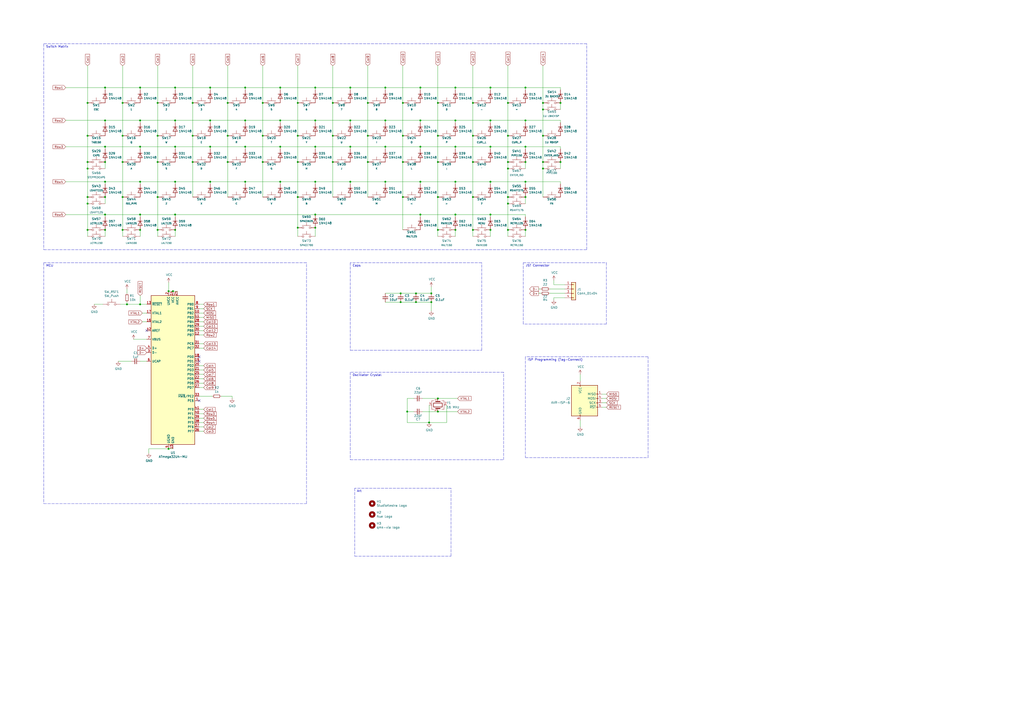
<source format=kicad_sch>
(kicad_sch (version 20211123) (generator eeschema)
  (paper "A2")
  (title_block (title "Nue 60% Universal PCB") (date "2022-03-24") (rev "1.1"))
  (junction (at 248.92 245.11))
  (junction (at 193.04 93.98))
  (junction (at 162.56 105.41))
  (junction (at 264.16 124.46))
  (junction (at 304.8 50.8))
  (junction (at 97.79 260.35))
  (junction (at 314.96 63.5))
  (junction (at 274.32 59.69))
  (junction (at 101.6 69.85))
  (junction (at 182.88 85.09))
  (junction (at 243.84 50.8))
  (junction (at 142.24 85.09))
  (junction (at 50.8 59.69))
  (junction (at 325.12 93.98))
  (junction (at 71.12 133.35))
  (junction (at 274.32 133.35))
  (junction (at 284.48 50.8))
  (junction (at 172.72 114.3))
  (junction (at 81.28 69.85))
  (junction (at 264.16 85.09))
  (junction (at 243.84 105.41))
  (junction (at 236.22 238.76))
  (junction (at 172.72 78.74))
  (junction (at 314.96 93.98))
  (junction (at 284.48 85.09))
  (junction (at 50.8 118.11))
  (junction (at 241.3 170.18))
  (junction (at 213.36 93.98))
  (junction (at 304.8 114.3))
  (junction (at 60.96 93.98))
  (junction (at 182.88 132.08))
  (junction (at 60.96 114.3))
  (junction (at 182.88 50.8))
  (junction (at 241.3 175.26))
  (junction (at 250.19 170.18))
  (junction (at 274.32 93.98))
  (junction (at 182.88 105.41))
  (junction (at 111.76 59.69))
  (junction (at 304.8 69.85))
  (junction (at 71.12 93.98))
  (junction (at 304.8 85.09))
  (junction (at 182.88 124.46))
  (junction (at 264.16 105.41))
  (junction (at 60.96 124.46))
  (junction (at 50.8 97.79))
  (junction (at 304.8 93.98))
  (junction (at 121.92 85.09))
  (junction (at 142.24 69.85))
  (junction (at 142.24 105.41))
  (junction (at 243.84 69.85))
  (junction (at 101.6 105.41))
  (junction (at 294.64 118.11))
  (junction (at 50.8 93.98))
  (junction (at 254 93.98))
  (junction (at 152.4 59.69))
  (junction (at 73.66 176.53))
  (junction (at 233.68 93.98))
  (junction (at 294.64 59.69))
  (junction (at 60.96 105.41))
  (junction (at 294.64 97.79))
  (junction (at 264.16 50.8))
  (junction (at 60.96 50.8))
  (junction (at 91.44 78.74))
  (junction (at 111.76 93.98))
  (junction (at 264.16 133.35))
  (junction (at 121.92 105.41))
  (junction (at 294.64 114.3))
  (junction (at 71.12 114.3))
  (junction (at 232.41 170.18))
  (junction (at 111.76 78.74))
  (junction (at 294.64 133.35))
  (junction (at 304.8 133.35))
  (junction (at 162.56 50.8))
  (junction (at 254 231.14))
  (junction (at 213.36 59.69))
  (junction (at 284.48 124.46))
  (junction (at 314.96 97.79))
  (junction (at 81.28 124.46))
  (junction (at 243.84 85.09))
  (junction (at 213.36 78.74))
  (junction (at 101.6 85.09))
  (junction (at 91.44 93.98))
  (junction (at 314.96 78.74))
  (junction (at 203.2 69.85))
  (junction (at 81.28 176.53))
  (junction (at 101.6 124.46))
  (junction (at 294.64 93.98))
  (junction (at 50.8 133.35))
  (junction (at 162.56 69.85))
  (junction (at 50.8 114.3))
  (junction (at 233.68 114.3))
  (junction (at 97.79 168.91))
  (junction (at 254 59.69))
  (junction (at 274.32 78.74))
  (junction (at 203.2 50.8))
  (junction (at 274.32 114.3))
  (junction (at 254 78.74))
  (junction (at 203.2 85.09))
  (junction (at 232.41 175.26))
  (junction (at 81.28 50.8))
  (junction (at 101.6 50.8))
  (junction (at 152.4 78.74))
  (junction (at 121.92 50.8))
  (junction (at 193.04 78.74))
  (junction (at 314.96 59.69))
  (junction (at 182.88 69.85))
  (junction (at 91.44 114.3))
  (junction (at 172.72 59.69))
  (junction (at 254 238.76))
  (junction (at 172.72 93.98))
  (junction (at 132.08 59.69))
  (junction (at 264.16 69.85))
  (junction (at 223.52 85.09))
  (junction (at 233.68 78.74))
  (junction (at 132.08 93.98))
  (junction (at 71.12 59.69))
  (junction (at 284.48 105.41))
  (junction (at 243.84 124.46))
  (junction (at 121.92 69.85))
  (junction (at 250.19 175.26))
  (junction (at 91.44 133.35))
  (junction (at 223.52 50.8))
  (junction (at 81.28 133.35))
  (junction (at 223.52 105.41))
  (junction (at 284.48 133.35))
  (junction (at 223.52 69.85))
  (junction (at 162.56 85.09))
  (junction (at 294.64 78.74))
  (junction (at 284.48 69.85))
  (junction (at 71.12 78.74))
  (junction (at 132.08 78.74))
  (junction (at 50.8 78.74))
  (junction (at 81.28 85.09))
  (junction (at 60.96 69.85))
  (junction (at 142.24 50.8))
  (junction (at 100.33 168.91))
  (junction (at 172.72 132.08))
  (junction (at 91.44 59.69))
  (junction (at 254 114.3))
  (junction (at 81.28 105.41))
  (junction (at 254 133.35))
  (junction (at 203.2 105.41))
  (junction (at 101.6 133.35))
  (junction (at 325.12 59.69))
  (junction (at 60.96 133.35))
  (junction (at 233.68 59.69))
  (junction (at 193.04 59.69))
  (junction (at 60.96 85.09))
  (junction (at 304.8 105.41))
  (junction (at 152.4 93.98))
  (no_connect (at 115.57 207.01))
  (no_connect (at 115.57 232.41))
  (no_connect (at 85.09 191.77))
  (no_connect (at 115.57 209.55))
  (wire (pts (xy 314.96 38.1) (xy 314.96 59.69)))
  (wire (pts (xy 264.16 50.8) (xy 264.16 52.07)))
  (wire (pts (xy 243.84 69.85) (xy 264.16 69.85)))
  (wire (pts (xy 254 38.1) (xy 254 59.69)))
  (wire (pts (xy 294.64 93.98) (xy 294.64 97.79)))
  (wire (pts (xy 318.77 167.64) (xy 327.66 167.64)))
  (polyline (pts (xy 205.74 322.58) (xy 261.62 322.58)))
  (wire (pts (xy 50.8 78.74) (xy 50.8 93.98)))
  (wire (pts (xy 223.52 105.41) (xy 243.84 105.41)))
  (wire (pts (xy 172.72 59.69) (xy 172.72 78.74)))
  (wire (pts (xy 264.16 69.85) (xy 264.16 71.12)))
  (polyline (pts (xy 304.8 265.43) (xy 375.92 265.43)))
  (wire (pts (xy 73.66 175.26) (xy 73.66 176.53)))
  (wire (pts (xy 182.88 85.09) (xy 203.2 85.09)))
  (wire (pts (xy 264.16 85.09) (xy 284.48 85.09)))
  (polyline (pts (xy 292.1 266.7) (xy 292.1 215.9)))
  (wire (pts (xy 233.68 38.1) (xy 233.68 59.69)))
  (wire (pts (xy 304.8 85.09) (xy 304.8 86.36)))
  (polyline (pts (xy 203.2 266.7) (xy 292.1 266.7)))
  (wire (pts (xy 162.56 69.85) (xy 162.56 71.12)))
  (wire (pts (xy 304.8 105.41) (xy 325.12 105.41)))
  (wire (pts (xy 81.28 50.8) (xy 81.28 52.07)))
  (wire (pts (xy 284.48 69.85) (xy 304.8 69.85)))
  (wire (pts (xy 223.52 69.85) (xy 243.84 69.85)))
  (wire (pts (xy 203.2 85.09) (xy 203.2 86.36)))
  (wire (pts (xy 101.6 133.35) (xy 101.6 137.16)))
  (wire (pts (xy 118.11 240.03) (xy 115.57 240.03)))
  (wire (pts (xy 182.88 69.85) (xy 182.88 71.12)))
  (wire (pts (xy 294.64 78.74) (xy 294.64 93.98)))
  (wire (pts (xy 314.96 97.79) (xy 314.96 114.3)))
  (wire (pts (xy 121.92 69.85) (xy 142.24 69.85)))
  (wire (pts (xy 243.84 105.41) (xy 243.84 106.68)))
  (polyline (pts (xy 177.8 152.4) (xy 25.4 152.4)))
  (polyline (pts (xy 205.74 283.21) (xy 205.74 322.58)))
  (wire (pts (xy 250.19 175.26) (xy 250.19 180.34)))
  (wire (pts (xy 101.6 85.09) (xy 101.6 86.36)))
  (wire (pts (xy 134.62 229.87) (xy 134.62 231.14)))
  (wire (pts (xy 182.88 85.09) (xy 182.88 86.36)))
  (wire (pts (xy 111.76 93.98) (xy 111.76 114.3)))
  (wire (pts (xy 162.56 50.8) (xy 182.88 50.8)))
  (wire (pts (xy 172.72 78.74) (xy 172.72 93.98)))
  (wire (pts (xy 54.61 176.53) (xy 59.69 176.53)))
  (wire (pts (xy 121.92 105.41) (xy 142.24 105.41)))
  (wire (pts (xy 223.52 50.8) (xy 223.52 52.07)))
  (wire (pts (xy 60.96 124.46) (xy 60.96 125.73)))
  (wire (pts (xy 182.88 124.46) (xy 243.84 124.46)))
  (wire (pts (xy 236.22 231.14) (xy 240.03 231.14)))
  (wire (pts (xy 313.69 170.18) (xy 312.42 170.18)))
  (wire (pts (xy 60.96 50.8) (xy 81.28 50.8)))
  (wire (pts (xy 274.32 38.1) (xy 274.32 59.69)))
  (wire (pts (xy 118.11 242.57) (xy 115.57 242.57)))
  (wire (pts (xy 152.4 59.69) (xy 152.4 78.74)))
  (wire (pts (xy 162.56 85.09) (xy 182.88 85.09)))
  (polyline (pts (xy 351.79 187.96) (xy 303.53 187.96)))
  (wire (pts (xy 248.92 234.95) (xy 248.92 245.11)))
  (wire (pts (xy 203.2 105.41) (xy 223.52 105.41)))
  (wire (pts (xy 203.2 69.85) (xy 203.2 71.12)))
  (wire (pts (xy 60.96 105.41) (xy 81.28 105.41)))
  (wire (pts (xy 236.22 245.11) (xy 236.22 238.76)))
  (wire (pts (xy 254 133.35) (xy 254 137.16)))
  (wire (pts (xy 182.88 132.08) (xy 182.88 137.16)))
  (wire (pts (xy 162.56 50.8) (xy 162.56 52.07)))
  (wire (pts (xy 304.8 85.09) (xy 325.12 85.09)))
  (wire (pts (xy 223.52 85.09) (xy 223.52 86.36)))
  (wire (pts (xy 118.11 181.61) (xy 115.57 181.61)))
  (wire (pts (xy 223.52 170.18) (xy 232.41 170.18)))
  (wire (pts (xy 233.68 59.69) (xy 233.68 78.74)))
  (wire (pts (xy 351.79 233.68) (xy 349.25 233.68)))
  (wire (pts (xy 232.41 170.18) (xy 241.3 170.18)))
  (wire (pts (xy 60.96 69.85) (xy 60.96 71.12)))
  (wire (pts (xy 162.56 69.85) (xy 182.88 69.85)))
  (wire (pts (xy 243.84 124.46) (xy 243.84 125.73)))
  (wire (pts (xy 111.76 59.69) (xy 111.76 78.74)))
  (wire (pts (xy 118.11 179.07) (xy 115.57 179.07)))
  (wire (pts (xy 182.88 69.85) (xy 203.2 69.85)))
  (wire (pts (xy 203.2 85.09) (xy 223.52 85.09)))
  (wire (pts (xy 294.64 118.11) (xy 294.64 133.35)))
  (wire (pts (xy 86.36 260.35) (xy 97.79 260.35)))
  (wire (pts (xy 111.76 38.1) (xy 111.76 59.69)))
  (wire (pts (xy 91.44 38.1) (xy 91.44 59.69)))
  (wire (pts (xy 115.57 229.87) (xy 123.19 229.87)))
  (wire (pts (xy 91.44 133.35) (xy 91.44 137.16)))
  (wire (pts (xy 264.16 105.41) (xy 284.48 105.41)))
  (wire (pts (xy 73.66 167.64) (xy 73.66 170.18)))
  (wire (pts (xy 274.32 93.98) (xy 274.32 114.3)))
  (polyline (pts (xy 375.92 265.43) (xy 375.92 207.01)))
  (wire (pts (xy 264.16 133.35) (xy 264.16 137.16)))
  (wire (pts (xy 118.11 176.53) (xy 115.57 176.53)))
  (wire (pts (xy 243.84 69.85) (xy 243.84 71.12)))
  (wire (pts (xy 264.16 69.85) (xy 284.48 69.85)))
  (wire (pts (xy 336.55 243.84) (xy 336.55 247.65)))
  (polyline (pts (xy 203.2 152.4) (xy 203.2 203.2)))
  (wire (pts (xy 243.84 50.8) (xy 264.16 50.8)))
  (wire (pts (xy 118.11 199.39) (xy 115.57 199.39)))
  (wire (pts (xy 60.96 85.09) (xy 81.28 85.09)))
  (wire (pts (xy 248.92 245.11) (xy 236.22 245.11)))
  (wire (pts (xy 81.28 176.53) (xy 73.66 176.53)))
  (wire (pts (xy 203.2 105.41) (xy 203.2 106.68)))
  (wire (pts (xy 50.8 93.98) (xy 50.8 97.79)))
  (wire (pts (xy 81.28 124.46) (xy 101.6 124.46)))
  (wire (pts (xy 172.72 132.08) (xy 172.72 137.16)))
  (wire (pts (xy 264.16 124.46) (xy 284.48 124.46)))
  (wire (pts (xy 172.72 114.3) (xy 172.72 132.08)))
  (polyline (pts (xy 304.8 207.01) (xy 304.8 265.43)))
  (wire (pts (xy 38.1 105.41) (xy 60.96 105.41)))
  (wire (pts (xy 254 114.3) (xy 254 133.35)))
  (wire (pts (xy 118.11 247.65) (xy 115.57 247.65)))
  (wire (pts (xy 213.36 59.69) (xy 213.36 78.74)))
  (wire (pts (xy 182.88 50.8) (xy 203.2 50.8)))
  (wire (pts (xy 38.1 50.8) (xy 60.96 50.8)))
  (wire (pts (xy 118.11 184.15) (xy 115.57 184.15)))
  (wire (pts (xy 81.28 85.09) (xy 81.28 86.36)))
  (wire (pts (xy 304.8 124.46) (xy 304.8 125.73)))
  (polyline (pts (xy 203.2 203.2) (xy 279.4 203.2)))
  (wire (pts (xy 91.44 59.69) (xy 91.44 78.74)))
  (wire (pts (xy 325.12 69.85) (xy 325.12 71.12)))
  (wire (pts (xy 321.31 172.72) (xy 321.31 173.99)))
  (wire (pts (xy 236.22 231.14) (xy 236.22 238.76)))
  (wire (pts (xy 213.36 93.98) (xy 213.36 114.3)))
  (wire (pts (xy 203.2 69.85) (xy 223.52 69.85)))
  (wire (pts (xy 314.96 93.98) (xy 314.96 97.79)))
  (wire (pts (xy 85.09 186.69) (xy 82.55 186.69)))
  (wire (pts (xy 81.28 69.85) (xy 81.28 71.12)))
  (wire (pts (xy 304.8 69.85) (xy 304.8 71.12)))
  (wire (pts (xy 118.11 224.79) (xy 115.57 224.79)))
  (wire (pts (xy 142.24 85.09) (xy 162.56 85.09)))
  (wire (pts (xy 304.8 133.35) (xy 304.8 137.16)))
  (wire (pts (xy 325.12 85.09) (xy 325.12 86.36)))
  (wire (pts (xy 284.48 105.41) (xy 284.48 106.68)))
  (wire (pts (xy 254 231.14) (xy 265.43 231.14)))
  (wire (pts (xy 118.11 194.31) (xy 115.57 194.31)))
  (wire (pts (xy 304.8 50.8) (xy 304.8 52.07)))
  (wire (pts (xy 81.28 85.09) (xy 101.6 85.09)))
  (polyline (pts (xy 25.4 152.4) (xy 25.4 292.1)))
  (wire (pts (xy 118.11 245.11) (xy 115.57 245.11)))
  (wire (pts (xy 294.64 38.1) (xy 294.64 59.69)))
  (wire (pts (xy 327.66 172.72) (xy 321.31 172.72)))
  (wire (pts (xy 284.48 85.09) (xy 304.8 85.09)))
  (wire (pts (xy 274.32 78.74) (xy 274.32 93.98)))
  (wire (pts (xy 85.09 209.55) (xy 81.28 209.55)))
  (wire (pts (xy 101.6 105.41) (xy 121.92 105.41)))
  (wire (pts (xy 203.2 50.8) (xy 223.52 50.8)))
  (wire (pts (xy 68.58 209.55) (xy 76.2 209.55)))
  (polyline (pts (xy 279.4 152.4) (xy 203.2 152.4)))
  (wire (pts (xy 71.12 93.98) (xy 71.12 114.3)))
  (wire (pts (xy 304.8 114.3) (xy 304.8 118.11)))
  (wire (pts (xy 71.12 114.3) (xy 71.12 133.35)))
  (wire (pts (xy 121.92 85.09) (xy 142.24 85.09)))
  (wire (pts (xy 81.28 124.46) (xy 81.28 125.73)))
  (wire (pts (xy 142.24 85.09) (xy 142.24 86.36)))
  (wire (pts (xy 111.76 78.74) (xy 111.76 93.98)))
  (wire (pts (xy 118.11 217.17) (xy 115.57 217.17)))
  (wire (pts (xy 97.79 168.91) (xy 100.33 168.91)))
  (wire (pts (xy 142.24 50.8) (xy 142.24 52.07)))
  (wire (pts (xy 232.41 175.26) (xy 241.3 175.26)))
  (wire (pts (xy 118.11 201.93) (xy 115.57 201.93)))
  (wire (pts (xy 318.77 170.18) (xy 327.66 170.18)))
  (wire (pts (xy 223.52 69.85) (xy 223.52 71.12)))
  (wire (pts (xy 314.96 78.74) (xy 314.96 93.98)))
  (wire (pts (xy 71.12 59.69) (xy 71.12 78.74)))
  (wire (pts (xy 284.48 124.46) (xy 284.48 125.73)))
  (polyline (pts (xy 25.4 144.78) (xy 340.36 144.78)))
  (wire (pts (xy 243.84 85.09) (xy 243.84 86.36)))
  (wire (pts (xy 101.6 69.85) (xy 101.6 71.12)))
  (wire (pts (xy 243.84 105.41) (xy 264.16 105.41)))
  (wire (pts (xy 86.36 260.35) (xy 86.36 262.89)))
  (wire (pts (xy 142.24 105.41) (xy 142.24 106.68)))
  (wire (pts (xy 294.64 114.3) (xy 294.64 118.11)))
  (wire (pts (xy 81.28 50.8) (xy 101.6 50.8)))
  (wire (pts (xy 264.16 124.46) (xy 264.16 125.73)))
  (polyline (pts (xy 340.36 25.4) (xy 25.4 25.4)))
  (wire (pts (xy 223.52 50.8) (xy 243.84 50.8)))
  (wire (pts (xy 254 78.74) (xy 254 93.98)))
  (wire (pts (xy 60.96 93.98) (xy 60.96 97.79)))
  (wire (pts (xy 101.6 50.8) (xy 101.6 52.07)))
  (wire (pts (xy 102.87 168.91) (xy 100.33 168.91)))
  (wire (pts (xy 336.55 217.17) (xy 336.55 220.98)))
  (wire (pts (xy 38.1 124.46) (xy 60.96 124.46)))
  (wire (pts (xy 182.88 105.41) (xy 203.2 105.41)))
  (wire (pts (xy 349.25 236.22) (xy 351.79 236.22)))
  (wire (pts (xy 82.55 181.61) (xy 85.09 181.61)))
  (wire (pts (xy 152.4 78.74) (xy 152.4 93.98)))
  (wire (pts (xy 118.11 219.71) (xy 115.57 219.71)))
  (wire (pts (xy 304.8 105.41) (xy 304.8 106.68)))
  (wire (pts (xy 121.92 50.8) (xy 121.92 52.07)))
  (wire (pts (xy 81.28 105.41) (xy 81.28 106.68)))
  (wire (pts (xy 284.48 69.85) (xy 284.48 71.12)))
  (wire (pts (xy 91.44 78.74) (xy 91.44 93.98)))
  (wire (pts (xy 50.8 97.79) (xy 50.8 114.3)))
  (wire (pts (xy 182.88 105.41) (xy 182.88 106.68)))
  (wire (pts (xy 81.28 69.85) (xy 101.6 69.85)))
  (wire (pts (xy 50.8 59.69) (xy 50.8 78.74)))
  (polyline (pts (xy 279.4 203.2) (xy 279.4 152.4)))
  (wire (pts (xy 152.4 38.1) (xy 152.4 59.69)))
  (wire (pts (xy 284.48 105.41) (xy 304.8 105.41)))
  (polyline (pts (xy 177.8 292.1) (xy 177.8 152.4)))
  (wire (pts (xy 132.08 59.69) (xy 132.08 78.74)))
  (polyline (pts (xy 261.62 322.58) (xy 261.62 283.21)))
  (polyline (pts (xy 261.62 283.21) (xy 205.74 283.21)))
  (wire (pts (xy 100.33 260.35) (xy 97.79 260.35)))
  (wire (pts (xy 254 59.69) (xy 254 78.74)))
  (polyline (pts (xy 25.4 25.4) (xy 25.4 144.78)))
  (wire (pts (xy 101.6 105.41) (xy 101.6 106.68)))
  (wire (pts (xy 274.32 133.35) (xy 274.32 137.16)))
  (wire (pts (xy 71.12 78.74) (xy 71.12 93.98)))
  (wire (pts (xy 213.36 78.74) (xy 213.36 93.98)))
  (wire (pts (xy 304.8 69.85) (xy 325.12 69.85)))
  (wire (pts (xy 60.96 85.09) (xy 60.96 86.36)))
  (wire (pts (xy 182.88 50.8) (xy 182.88 52.07)))
  (wire (pts (xy 60.96 50.8) (xy 60.96 52.07)))
  (wire (pts (xy 213.36 38.1) (xy 213.36 59.69)))
  (wire (pts (xy 121.92 69.85) (xy 121.92 71.12)))
  (wire (pts (xy 313.69 167.64) (xy 312.42 167.64)))
  (wire (pts (xy 284.48 50.8) (xy 304.8 50.8)))
  (polyline (pts (xy 340.36 144.78) (xy 340.36 25.4)))
  (wire (pts (xy 294.64 133.35) (xy 294.64 137.16)))
  (wire (pts (xy 101.6 124.46) (xy 101.6 125.73)))
  (wire (pts (xy 73.66 176.53) (xy 69.85 176.53)))
  (wire (pts (xy 81.28 105.41) (xy 101.6 105.41)))
  (wire (pts (xy 314.96 63.5) (xy 314.96 78.74)))
  (wire (pts (xy 101.6 85.09) (xy 121.92 85.09)))
  (wire (pts (xy 142.24 50.8) (xy 162.56 50.8)))
  (wire (pts (xy 327.66 165.1) (xy 321.31 165.1)))
  (wire (pts (xy 325.12 59.69) (xy 325.12 63.5)))
  (wire (pts (xy 85.09 176.53) (xy 81.28 176.53)))
  (wire (pts (xy 152.4 93.98) (xy 152.4 114.3)))
  (wire (pts (xy 50.8 114.3) (xy 50.8 118.11)))
  (wire (pts (xy 118.11 214.63) (xy 115.57 214.63)))
  (wire (pts (xy 259.08 245.11) (xy 248.92 245.11)))
  (wire (pts (xy 50.8 133.35) (xy 50.8 137.16)))
  (wire (pts (xy 121.92 50.8) (xy 142.24 50.8)))
  (wire (pts (xy 259.08 234.95) (xy 259.08 245.11)))
  (wire (pts (xy 250.19 170.18) (xy 250.19 166.37)))
  (wire (pts (xy 223.52 175.26) (xy 232.41 175.26)))
  (wire (pts (xy 60.96 124.46) (xy 81.28 124.46)))
  (wire (pts (xy 245.11 231.14) (xy 254 231.14)))
  (wire (pts (xy 118.11 189.23) (xy 115.57 189.23)))
  (wire (pts (xy 241.3 175.26) (xy 250.19 175.26)))
  (wire (pts (xy 162.56 105.41) (xy 182.88 105.41)))
  (wire (pts (xy 233.68 114.3) (xy 233.68 133.35)))
  (wire (pts (xy 50.8 118.11) (xy 50.8 133.35)))
  (wire (pts (xy 101.6 50.8) (xy 121.92 50.8)))
  (wire (pts (xy 274.32 59.69) (xy 274.32 78.74)))
  (wire (pts (xy 193.04 59.69) (xy 193.04 78.74)))
  (wire (pts (xy 243.84 85.09) (xy 264.16 85.09)))
  (wire (pts (xy 236.22 238.76) (xy 240.03 238.76)))
  (polyline (pts (xy 303.53 152.4) (xy 351.79 152.4)))
  (wire (pts (xy 81.28 133.35) (xy 81.28 137.16)))
  (wire (pts (xy 284.48 124.46) (xy 304.8 124.46)))
  (polyline (pts (xy 375.92 207.01) (xy 304.8 207.01)))
  (wire (pts (xy 71.12 133.35) (xy 71.12 137.16)))
  (wire (pts (xy 118.11 212.09) (xy 115.57 212.09)))
  (wire (pts (xy 254 238.76) (xy 265.43 238.76)))
  (wire (pts (xy 233.68 78.74) (xy 233.68 93.98)))
  (wire (pts (xy 193.04 78.74) (xy 193.04 93.98)))
  (wire (pts (xy 203.2 50.8) (xy 203.2 52.07)))
  (wire (pts (xy 172.72 38.1) (xy 172.72 59.69)))
  (wire (pts (xy 60.96 105.41) (xy 60.96 106.68)))
  (polyline (pts (xy 292.1 215.9) (xy 203.2 215.9)))
  (wire (pts (xy 85.09 196.85) (xy 77.47 196.85)))
  (wire (pts (xy 38.1 85.09) (xy 60.96 85.09)))
  (wire (pts (xy 243.84 124.46) (xy 264.16 124.46)))
  (wire (pts (xy 325.12 50.8) (xy 325.12 52.07)))
  (wire (pts (xy 193.04 38.1) (xy 193.04 59.69)))
  (wire (pts (xy 264.16 105.41) (xy 264.16 106.68)))
  (wire (pts (xy 118.11 222.25) (xy 115.57 222.25)))
  (wire (pts (xy 243.84 50.8) (xy 243.84 52.07)))
  (wire (pts (xy 325.12 93.98) (xy 325.12 97.79)))
  (wire (pts (xy 172.72 93.98) (xy 172.72 114.3)))
  (wire (pts (xy 294.64 59.69) (xy 294.64 78.74)))
  (wire (pts (xy 325.12 105.41) (xy 325.12 106.68)))
  (wire (pts (xy 351.79 228.6) (xy 349.25 228.6)))
  (wire (pts (xy 264.16 50.8) (xy 284.48 50.8)))
  (wire (pts (xy 254 93.98) (xy 254 114.3)))
  (wire (pts (xy 284.48 50.8) (xy 284.48 52.07)))
  (wire (pts (xy 314.96 59.69) (xy 314.96 63.5)))
  (wire (pts (xy 118.11 186.69) (xy 115.57 186.69)))
  (wire (pts (xy 223.52 85.09) (xy 243.84 85.09)))
  (wire (pts (xy 128.27 229.87) (xy 134.62 229.87)))
  (wire (pts (xy 321.31 162.56) (xy 321.31 165.1)))
  (wire (pts (xy 294.64 97.79) (xy 294.64 114.3)))
  (wire (pts (xy 60.96 114.3) (xy 60.96 118.11)))
  (wire (pts (xy 132.08 38.1) (xy 132.08 59.69)))
  (wire (pts (xy 38.1 69.85) (xy 60.96 69.85)))
  (wire (pts (xy 304.8 93.98) (xy 304.8 97.79)))
  (wire (pts (xy 121.92 85.09) (xy 121.92 86.36)))
  (wire (pts (xy 60.96 69.85) (xy 81.28 69.85)))
  (wire (pts (xy 132.08 93.98) (xy 132.08 114.3)))
  (wire (pts (xy 101.6 69.85) (xy 121.92 69.85)))
  (wire (pts (xy 162.56 85.09) (xy 162.56 86.36)))
  (wire (pts (xy 284.48 133.35) (xy 284.48 137.16)))
  (wire (pts (xy 118.11 237.49) (xy 115.57 237.49)))
  (wire (pts (xy 71.12 38.1) (xy 71.12 59.69)))
  (wire (pts (xy 274.32 114.3) (xy 274.32 133.35)))
  (wire (pts (xy 223.52 105.41) (xy 223.52 106.68)))
  (wire (pts (xy 118.11 191.77) (xy 115.57 191.77)))
  (polyline (pts (xy 25.4 292.1) (xy 177.8 292.1)))
  (wire (pts (xy 351.79 231.14) (xy 349.25 231.14)))
  (wire (pts (xy 91.44 93.98) (xy 91.44 114.3)))
  (wire (pts (xy 60.96 133.35) (xy 60.96 137.16)))
  (wire (pts (xy 142.24 105.41) (xy 162.56 105.41)))
  (wire (pts (xy 233.68 93.98) (xy 233.68 114.3)))
  (wire (pts (xy 132.08 78.74) (xy 132.08 93.98)))
  (wire (pts (xy 264.16 85.09) (xy 264.16 86.36)))
  (wire (pts (xy 97.79 168.91) (xy 97.79 163.83)))
  (wire (pts (xy 193.04 93.98) (xy 193.04 114.3)))
  (wire (pts (xy 142.24 69.85) (xy 162.56 69.85)))
  (wire (pts (xy 142.24 69.85) (xy 142.24 71.12)))
  (polyline (pts (xy 351.79 152.4) (xy 351.79 187.96)))
  (wire (pts (xy 284.48 85.09) (xy 284.48 86.36)))
  (wire (pts (xy 245.11 238.76) (xy 254 238.76)))
  (polyline (pts (xy 203.2 215.9) (xy 203.2 266.7)))
  (wire (pts (xy 241.3 170.18) (xy 250.19 170.18)))
  (wire (pts (xy 162.56 105.41) (xy 162.56 106.68)))
  (wire (pts (xy 118.11 250.19) (xy 115.57 250.19)))
  (wire (pts (xy 81.28 171.45) (xy 81.28 176.53)))
  (wire (pts (xy 91.44 114.3) (xy 91.44 133.35)))
  (wire (pts (xy 50.8 38.1) (xy 50.8 59.69)))
  (wire (pts (xy 121.92 105.41) (xy 121.92 106.68)))
  (wire (pts (xy 304.8 50.8) (xy 325.12 50.8)))
  (polyline (pts (xy 303.53 187.96) (xy 303.53 152.4)))
  (wire (pts (xy 101.6 124.46) (xy 182.88 124.46)))
  (text "Oscillator Crystal" (at 204.47 218.44 0) (effects (font (size 1.27 1.27)) (justify left bottom)))
  (text "MCU" (at 26.67 154.94 0) (effects (font (size 1.27 1.27)) (justify left bottom)))
  (text "ISP Programming (Tag-Connect)" (at 306.07 209.55 0) (effects (font (size 1.27 1.27)) (justify left bottom)))
  (text "JST Connector" (at 318.77 154.94 180) (effects (font (size 1.27 1.27)) (justify right bottom)))
  (text "Caps" (at 204.47 154.94 0) (effects (font (size 1.27 1.27)) (justify left bottom)))
  (text "Switch Matrix" (at 26.67 27.94 0) (effects (font (size 1.27 1.27)) (justify left bottom)))
  (text "Art" (at 207.01 285.75 0) (effects (font (size 1.27 1.27)) (justify left bottom)))
  (global_label "Col6" (shape input) (at 152.4 38.1 90) (property "Intersheet References" "${INTERSHEET_REFS}" (effects hide)))
  (global_label "Col12" (shape input) (at 274.32 38.1 90) (property "Intersheet References" "${INTERSHEET_REFS}" (effects hide)))
  (global_label "Col3" (shape input) (at 91.44 38.1 90) (property "Intersheet References" "${INTERSHEET_REFS}" (effects hide)))
  (global_label "D-" (shape input) (at 85.09 204.47 180) (property "Intersheet References" "${INTERSHEET_REFS}" (effects hide)))
  (global_label "Col7" (shape input) (at 172.72 38.1 90) (property "Intersheet References" "${INTERSHEET_REFS}" (effects hide)))
  (global_label "SCK" (shape input) (at 351.79 233.68 0) (property "Intersheet References" "${INTERSHEET_REFS}" (effects hide)))
  (global_label "Col4" (shape input) (at 118.11 212.09 0) (property "Intersheet References" "${INTERSHEET_REFS}" (effects hide)))
  (global_label "Row5" (shape input) (at 38.1 124.46 180) (property "Intersheet References" "${INTERSHEET_REFS}" (effects hide)))
  (global_label "MISO" (shape input) (at 118.11 184.15 0) (property "Intersheet References" "${INTERSHEET_REFS}" (effects hide)))
  (global_label "Row5" (shape input) (at 118.11 242.57 0) (property "Intersheet References" "${INTERSHEET_REFS}" (effects hide)))
  (global_label "Col11" (shape input) (at 118.11 189.23 0) (property "Intersheet References" "${INTERSHEET_REFS}" (effects hide)))
  (global_label "Col9" (shape input) (at 118.11 224.79 0) (property "Intersheet References" "${INTERSHEET_REFS}" (effects hide)))
  (global_label "Col9" (shape input) (at 213.36 38.1 90) (property "Intersheet References" "${INTERSHEET_REFS}" (effects hide)))
  (global_label "Row1" (shape input) (at 38.1 50.8 180) (property "Intersheet References" "${INTERSHEET_REFS}" (effects hide)))
  (global_label "Col11" (shape input) (at 254 38.1 90) (property "Intersheet References" "${INTERSHEET_REFS}" (effects hide)))
  (global_label "Col1" (shape input) (at 50.8 38.1 90) (property "Intersheet References" "${INTERSHEET_REFS}" (effects hide)))
  (global_label "MISO" (shape input) (at 351.79 228.6 0) (property "Intersheet References" "${INTERSHEET_REFS}" (effects hide)))
  (global_label "XTAL2" (shape input) (at 265.43 238.76 0) (property "Intersheet References" "${INTERSHEET_REFS}" (effects hide)))
  (global_label "Col3" (shape input) (at 118.11 250.19 0) (property "Intersheet References" "${INTERSHEET_REFS}" (effects hide)))
  (global_label "Row3" (shape input) (at 118.11 240.03 0) (property "Intersheet References" "${INTERSHEET_REFS}" (effects hide)))
  (global_label "Col12" (shape input) (at 118.11 191.77 0) (property "Intersheet References" "${INTERSHEET_REFS}" (effects hide)))
  (global_label "Col5" (shape input) (at 132.08 38.1 90) (property "Intersheet References" "${INTERSHEET_REFS}" (effects hide)))
  (global_label "Col2" (shape input) (at 118.11 247.65 0) (property "Intersheet References" "${INTERSHEET_REFS}" (effects hide)))
  (global_label "XTAL1" (shape input) (at 82.55 181.61 180) (property "Intersheet References" "${INTERSHEET_REFS}" (effects hide)))
  (global_label "Col8" (shape input) (at 118.11 222.25 0) (property "Intersheet References" "${INTERSHEET_REFS}" (effects hide)))
  (global_label "Row3" (shape input) (at 38.1 85.09 180) (property "Intersheet References" "${INTERSHEET_REFS}" (effects hide)))
  (global_label "Col8" (shape input) (at 193.04 38.1 90) (property "Intersheet References" "${INTERSHEET_REFS}" (effects hide)))
  (global_label "Col10" (shape input) (at 233.68 38.1 90) (property "Intersheet References" "${INTERSHEET_REFS}" (effects hide)))
  (global_label "Col14" (shape input) (at 118.11 201.93 0) (property "Intersheet References" "${INTERSHEET_REFS}" (effects hide)))
  (global_label "RESET" (shape input) (at 351.79 236.22 0) (property "Intersheet References" "${INTERSHEET_REFS}" (effects hide)))
  (global_label "MOSI" (shape input) (at 118.11 181.61 0) (property "Intersheet References" "${INTERSHEET_REFS}" (effects hide)))
  (global_label "Col4" (shape input) (at 111.76 38.1 90) (property "Intersheet References" "${INTERSHEET_REFS}" (effects hide)))
  (global_label "Col5" (shape input) (at 118.11 214.63 0) (property "Intersheet References" "${INTERSHEET_REFS}" (effects hide)))
  (global_label "Col14" (shape input) (at 314.96 38.1 90) (property "Intersheet References" "${INTERSHEET_REFS}" (effects hide)))
  (global_label "RESET" (shape input) (at 81.28 171.45 90) (property "Intersheet References" "${INTERSHEET_REFS}" (effects hide)))
  (global_label "Row4" (shape input) (at 118.11 245.11 0) (property "Intersheet References" "${INTERSHEET_REFS}" (effects hide)))
  (global_label "Col10" (shape input) (at 118.11 186.69 0) (property "Intersheet References" "${INTERSHEET_REFS}" (effects hide)))
  (global_label "Row1" (shape input) (at 118.11 176.53 0) (property "Intersheet References" "${INTERSHEET_REFS}" (effects hide)))
  (global_label "Col2" (shape input) (at 71.12 38.1 90) (property "Intersheet References" "${INTERSHEET_REFS}" (effects hide)))
  (global_label "Row2" (shape input) (at 118.11 194.31 0) (property "Intersheet References" "${INTERSHEET_REFS}" (effects hide)))
  (global_label "Col13" (shape input) (at 118.11 199.39 0) (property "Intersheet References" "${INTERSHEET_REFS}" (effects hide)))
  (global_label "Col6" (shape input) (at 118.11 219.71 0) (property "Intersheet References" "${INTERSHEET_REFS}" (effects hide)))
  (global_label "D+" (shape output) (at 312.42 170.18 180) (property "Intersheet References" "${INTERSHEET_REFS}" (effects hide)))
  (global_label "Col7" (shape input) (at 118.11 217.17 0) (property "Intersheet References" "${INTERSHEET_REFS}" (effects hide)))
  (global_label "D+" (shape input) (at 85.09 201.93 180) (property "Intersheet References" "${INTERSHEET_REFS}" (effects hide)))
  (global_label "D-" (shape output) (at 312.42 167.64 180) (property "Intersheet References" "${INTERSHEET_REFS}" (effects hide)))
  (global_label "SCK" (shape input) (at 118.11 179.07 0) (property "Intersheet References" "${INTERSHEET_REFS}" (effects hide)))
  (global_label "Col1" (shape input) (at 118.11 237.49 0) (property "Intersheet References" "${INTERSHEET_REFS}" (effects hide)))
  (global_label "XTAL1" (shape input) (at 265.43 231.14 0) (property "Intersheet References" "${INTERSHEET_REFS}" (effects hide)))
  (global_label "Col13" (shape input) (at 294.64 38.1 90) (property "Intersheet References" "${INTERSHEET_REFS}" (effects hide)))
  (global_label "XTAL2" (shape input) (at 82.55 186.69 180) (property "Intersheet References" "${INTERSHEET_REFS}" (effects hide)))
  (global_label "Row4" (shape input) (at 38.1 105.41 180) (property "Intersheet References" "${INTERSHEET_REFS}" (effects hide)))
  (global_label "MOSI" (shape input) (at 351.79 231.14 0) (property "Intersheet References" "${INTERSHEET_REFS}" (effects hide)))
  (global_label "Row2" (shape input) (at 38.1 69.85 180) (property "Intersheet References" "${INTERSHEET_REFS}" (effects hide)))
  (symbol (lib_id "Switch:SW_Push") (at 55.88 59.69 0) (unit 1)
    (property "Reference" "SW1" (at 55.88 60.96 0))
    (property "Value" "ESC" (at 55.88 63.5 0) (effects (font (size 0.9906 0.9906))))
    (property "Footprint" "kestralib:MX100" (effects hide))
  )
  (symbol (lib_id "Device:D") (at 60.96 55.88 270) (unit 1)
    (property "Reference" "D1" (at 62.9666 54.7116 90) (effects (justify left)))
    (property "Value" "1N4148" (at 62.9666 57.023 90) (effects (justify left)))
    (property "Footprint" "Diode_SMD:D_SOD-123" (effects hide))
  )
  (symbol (lib_id "Device:D") (at 81.28 55.88 270) (unit 1)
    (property "Reference" "D2" (at 83.2866 54.7116 90) (effects (justify left)))
    (property "Value" "1N4148" (at 83.2866 57.023 90) (effects (justify left)))
    (property "Footprint" "Diode_SMD:D_SOD-123" (effects hide))
  )
  (symbol (lib_id "Switch:SW_Push") (at 76.2 59.69 0) (unit 1)
    (property "Reference" "SW2" (at 76.2 60.96 0))
    (property "Value" "1" (at 76.2 63.5 0) (effects (font (size 0.9906 0.9906))))
    (property "Footprint" "kestralib:MX100" (effects hide))
  )
  (symbol (lib_id "Device:D") (at 101.6 55.88 270) (unit 1)
    (property "Reference" "D3" (at 103.6066 54.7116 90) (effects (justify left)))
    (property "Value" "1N4148" (at 103.6066 57.023 90) (effects (justify left)))
    (property "Footprint" "Diode_SMD:D_SOD-123" (effects hide))
  )
  (symbol (lib_id "Switch:SW_Push") (at 96.52 59.69 0) (unit 1)
    (property "Reference" "SW3" (at 96.52 60.96 0))
    (property "Value" "2" (at 96.52 63.5 0) (effects (font (size 0.9906 0.9906))))
    (property "Footprint" "kestralib:MX100" (effects hide))
  )
  (symbol (lib_id "Device:D") (at 121.92 55.88 270) (unit 1)
    (property "Reference" "D4" (at 123.9266 54.7116 90) (effects (justify left)))
    (property "Value" "1N4148" (at 123.9266 57.023 90) (effects (justify left)))
    (property "Footprint" "Diode_SMD:D_SOD-123" (effects hide))
  )
  (symbol (lib_id "Switch:SW_Push") (at 116.84 59.69 0) (unit 1)
    (property "Reference" "SW4" (at 116.84 60.96 0))
    (property "Value" "3" (at 116.84 63.5 0) (effects (font (size 0.9906 0.9906))))
    (property "Footprint" "kestralib:MX100" (effects hide))
  )
  (symbol (lib_id "Device:D") (at 142.24 55.88 270) (unit 1)
    (property "Reference" "D5" (at 144.2466 54.7116 90) (effects (justify left)))
    (property "Value" "1N4148" (at 144.2466 57.023 90) (effects (justify left)))
    (property "Footprint" "Diode_SMD:D_SOD-123" (effects hide))
  )
  (symbol (lib_id "Switch:SW_Push") (at 137.16 59.69 0) (unit 1)
    (property "Reference" "SW5" (at 137.16 60.96 0))
    (property "Value" "4" (at 137.16 63.5 0) (effects (font (size 0.9906 0.9906))))
    (property "Footprint" "kestralib:MX100" (effects hide))
  )
  (symbol (lib_id "Device:D") (at 162.56 55.88 270) (unit 1)
    (property "Reference" "D6" (at 164.5666 54.7116 90) (effects (justify left)))
    (property "Value" "1N4148" (at 164.5666 57.023 90) (effects (justify left)))
    (property "Footprint" "Diode_SMD:D_SOD-123" (effects hide))
  )
  (symbol (lib_id "Switch:SW_Push") (at 157.48 59.69 0) (unit 1)
    (property "Reference" "SW6" (at 157.48 60.96 0))
    (property "Value" "5" (at 157.48 63.5 0) (effects (font (size 0.9906 0.9906))))
    (property "Footprint" "kestralib:MX100" (effects hide))
  )
  (symbol (lib_id "Device:D") (at 182.88 55.88 270) (unit 1)
    (property "Reference" "D7" (at 184.8866 54.7116 90) (effects (justify left)))
    (property "Value" "1N4148" (at 184.8866 57.023 90) (effects (justify left)))
    (property "Footprint" "Diode_SMD:D_SOD-123" (effects hide))
  )
  (symbol (lib_id "Switch:SW_Push") (at 177.8 59.69 0) (unit 1)
    (property "Reference" "SW7" (at 177.8 60.96 0))
    (property "Value" "6" (at 177.8 63.5 0) (effects (font (size 0.9906 0.9906))))
    (property "Footprint" "kestralib:MX100" (effects hide))
  )
  (symbol (lib_id "Device:D") (at 203.2 55.88 270) (unit 1)
    (property "Reference" "D8" (at 205.2066 54.7116 90) (effects (justify left)))
    (property "Value" "1N4148" (at 205.2066 57.023 90) (effects (justify left)))
    (property "Footprint" "Diode_SMD:D_SOD-123" (effects hide))
  )
  (symbol (lib_id "Switch:SW_Push") (at 198.12 59.69 0) (unit 1)
    (property "Reference" "SW8" (at 198.12 60.96 0))
    (property "Value" "7" (at 198.12 63.5 0) (effects (font (size 0.9906 0.9906))))
    (property "Footprint" "kestralib:MX100" (effects hide))
  )
  (symbol (lib_id "Device:D") (at 223.52 55.88 270) (unit 1)
    (property "Reference" "D9" (at 225.5266 54.7116 90) (effects (justify left)))
    (property "Value" "1N4148" (at 225.5266 57.023 90) (effects (justify left)))
    (property "Footprint" "Diode_SMD:D_SOD-123" (effects hide))
  )
  (symbol (lib_id "Switch:SW_Push") (at 218.44 59.69 0) (unit 1)
    (property "Reference" "SW9" (at 218.44 60.96 0))
    (property "Value" "8" (at 218.44 63.5 0) (effects (font (size 0.9906 0.9906))))
    (property "Footprint" "kestralib:MX100" (effects hide))
  )
  (symbol (lib_id "Device:D") (at 243.84 55.88 270) (unit 1)
    (property "Reference" "D10" (at 245.8466 54.7116 90) (effects (justify left)))
    (property "Value" "1N4148" (at 245.8466 57.023 90) (effects (justify left)))
    (property "Footprint" "Diode_SMD:D_SOD-123" (effects hide))
  )
  (symbol (lib_id "Switch:SW_Push") (at 238.76 59.69 0) (unit 1)
    (property "Reference" "SW10" (at 238.76 60.96 0))
    (property "Value" "9" (at 238.76 63.5 0) (effects (font (size 0.9906 0.9906))))
    (property "Footprint" "kestralib:MX100" (effects hide))
  )
  (symbol (lib_id "Device:D") (at 264.16 55.88 270) (unit 1)
    (property "Reference" "D11" (at 266.1666 54.7116 90) (effects (justify left)))
    (property "Value" "1N4148" (at 266.1666 57.023 90) (effects (justify left)))
    (property "Footprint" "Diode_SMD:D_SOD-123" (effects hide))
  )
  (symbol (lib_id "Switch:SW_Push") (at 259.08 59.69 0) (unit 1)
    (property "Reference" "SW11" (at 259.08 60.96 0))
    (property "Value" "0" (at 259.08 63.5 0) (effects (font (size 0.9906 0.9906))))
    (property "Footprint" "kestralib:MX100" (effects hide))
  )
  (symbol (lib_id "Device:D") (at 284.48 55.88 270) (unit 1)
    (property "Reference" "D12" (at 286.4866 54.7116 90) (effects (justify left)))
    (property "Value" "1N4148" (at 286.4866 57.023 90) (effects (justify left)))
    (property "Footprint" "Diode_SMD:D_SOD-123" (effects hide))
  )
  (symbol (lib_id "Switch:SW_Push") (at 279.4 59.69 0) (unit 1)
    (property "Reference" "SW12" (at 279.4 60.96 0))
    (property "Value" "-" (at 279.4 63.5 0) (effects (font (size 0.9906 0.9906))))
    (property "Footprint" "kestralib:MX100" (effects hide))
  )
  (symbol (lib_id "Device:D") (at 304.8 55.88 270) (unit 1)
    (property "Reference" "D13" (at 306.8066 54.7116 90) (effects (justify left)))
    (property "Value" "1N4148" (at 306.8066 57.023 90) (effects (justify left)))
    (property "Footprint" "Diode_SMD:D_SOD-123" (effects hide))
  )
  (symbol (lib_id "Switch:SW_Push") (at 299.72 59.69 0) (unit 1)
    (property "Reference" "SW13" (at 299.72 60.96 0))
    (property "Value" "=" (at 299.72 63.5 0) (effects (font (size 0.9906 0.9906))))
    (property "Footprint" "kestralib:MX100" (effects hide))
  )
  (symbol (lib_id "Device:D") (at 325.12 55.88 270) (unit 1)
    (property "Reference" "D14" (at 327.1266 54.7116 90) (effects (justify left)))
    (property "Value" "1N4148" (at 327.1266 57.023 90) (effects (justify left)))
    (property "Footprint" "Diode_SMD:D_SOD-123" (effects hide))
  )
  (symbol (lib_id "Switch:SW_Push") (at 299.72 97.79 0) (unit 1)
    (property "Reference" "SW67" (at 299.72 99.06 0))
    (property "Value" "ENTER_ISO" (at 299.72 101.6 0) (effects (font (size 0.9906 0.9906))))
    (property "Footprint" "kestralib:MXISOEnter" (effects hide))
  )
  (symbol (lib_id "Switch:SW_Push") (at 55.88 118.11 0) (unit 1)
    (property "Reference" "SW68" (at 55.88 120.65 0))
    (property "Value" "LSHIFT125" (at 55.88 123.19 0) (effects (font (size 0.9906 0.9906))))
    (property "Footprint" "kestralib:MX125" (effects hide))
  )
  (symbol (lib_id "Switch:SW_Push") (at 55.88 137.16 0) (unit 1)
    (property "Reference" "SW70" (at 55.88 138.43 0))
    (property "Value" "LCTRL150" (at 55.88 140.97 0) (effects (font (size 0.9906 0.9906))))
    (property "Footprint" "kestralib:MX150" (effects hide))
  )
  (symbol (lib_id "Switch:SW_Push") (at 55.88 78.74 0) (unit 1)
    (property "Reference" "SW15" (at 55.88 80.01 0))
    (property "Value" "TAB150" (at 55.88 82.55 0) (effects (font (size 0.9906 0.9906))))
    (property "Footprint" "kestralib:MX150" (effects hide))
  )
  (symbol (lib_id "Switch:SW_Push") (at 76.2 78.74 0) (unit 1)
    (property "Reference" "SW16" (at 76.2 80.01 0))
    (property "Value" "Q" (at 76.2 82.55 0) (effects (font (size 0.9906 0.9906))))
    (property "Footprint" "kestralib:MX100" (effects hide))
  )
  (symbol (lib_id "Switch:SW_Push") (at 96.52 78.74 0) (unit 1)
    (property "Reference" "SW17" (at 96.52 80.01 0))
    (property "Value" "W" (at 96.52 82.55 0) (effects (font (size 0.9906 0.9906))))
    (property "Footprint" "kestralib:MX100" (effects hide))
  )
  (symbol (lib_id "Switch:SW_Push") (at 116.84 78.74 0) (unit 1)
    (property "Reference" "SW18" (at 116.84 80.01 0))
    (property "Value" "E" (at 116.84 82.55 0) (effects (font (size 0.9906 0.9906))))
    (property "Footprint" "kestralib:MX100" (effects hide))
  )
  (symbol (lib_id "Switch:SW_Push") (at 137.16 78.74 0) (unit 1)
    (property "Reference" "SW19" (at 137.16 80.01 0))
    (property "Value" "R" (at 137.16 82.55 0) (effects (font (size 0.9906 0.9906))))
    (property "Footprint" "kestralib:MX100" (effects hide))
  )
  (symbol (lib_id "Switch:SW_Push") (at 157.48 78.74 0) (unit 1)
    (property "Reference" "SW20" (at 157.48 80.01 0))
    (property "Value" "T" (at 157.48 82.55 0) (effects (font (size 0.9906 0.9906))))
    (property "Footprint" "kestralib:MX100" (effects hide))
  )
  (symbol (lib_id "Switch:SW_Push") (at 177.8 78.74 0) (unit 1)
    (property "Reference" "SW21" (at 177.8 80.01 0))
    (property "Value" "Y" (at 177.8 82.55 0) (effects (font (size 0.9906 0.9906))))
    (property "Footprint" "kestralib:MX100" (effects hide))
  )
  (symbol (lib_id "Switch:SW_Push") (at 198.12 78.74 0) (unit 1)
    (property "Reference" "SW22" (at 198.12 80.01 0))
    (property "Value" "U" (at 198.12 82.55 0) (effects (font (size 0.9906 0.9906))))
    (property "Footprint" "kestralib:MX100" (effects hide))
  )
  (symbol (lib_id "Switch:SW_Push") (at 218.44 78.74 0) (unit 1)
    (property "Reference" "SW23" (at 218.44 80.01 0))
    (property "Value" "I" (at 218.44 82.55 0) (effects (font (size 0.9906 0.9906))))
    (property "Footprint" "kestralib:MX100" (effects hide))
  )
  (symbol (lib_id "Switch:SW_Push") (at 238.76 78.74 0) (unit 1)
    (property "Reference" "SW24" (at 238.76 80.01 0))
    (property "Value" "O" (at 238.76 82.55 0) (effects (font (size 0.9906 0.9906))))
    (property "Footprint" "kestralib:MX100" (effects hide))
  )
  (symbol (lib_id "Switch:SW_Push") (at 259.08 78.74 0) (unit 1)
    (property "Reference" "SW25" (at 259.08 80.01 0))
    (property "Value" "P" (at 259.08 82.55 0) (effects (font (size 0.9906 0.9906))))
    (property "Footprint" "kestralib:MX100" (effects hide))
  )
  (symbol (lib_id "Switch:SW_Push") (at 279.4 78.74 0) (unit 1)
    (property "Reference" "SW26" (at 279.4 80.01 0))
    (property "Value" "CURL_L" (at 279.4 82.55 0) (effects (font (size 0.9906 0.9906))))
    (property "Footprint" "kestralib:MX100" (effects hide))
  )
  (symbol (lib_id "Switch:SW_Push") (at 299.72 78.74 0) (unit 1)
    (property "Reference" "SW27" (at 299.72 80.01 0))
    (property "Value" "CURL_R" (at 299.72 82.55 0) (effects (font (size 0.9906 0.9906))))
    (property "Footprint" "kestralib:MX100" (effects hide))
  )
  (symbol (lib_id "Switch:SW_Push") (at 320.04 78.74 0) (unit 1)
    (property "Reference" "SW28" (at 320.04 80.01 0))
    (property "Value" "1U RBKSP" (at 320.04 82.55 0) (effects (font (size 0.9906 0.9906))))
    (property "Footprint" "kestralib:MX100" (effects hide))
  )
  (symbol (lib_id "Switch:SW_Push") (at 76.2 137.16 0) (unit 1)
    (property "Reference" "SW71" (at 76.2 138.43 0))
    (property "Value" "LWIN100" (at 76.2 140.97 0) (effects (font (size 0.9906 0.9906))))
    (property "Footprint" "kestralib:MX100" (effects hide))
  )
  (symbol (lib_id "Switch:SW_Push") (at 55.88 93.98 0) (unit 1)
    (property "Reference" "SW29" (at 55.88 87.63 0))
    (property "Value" "CAPS" (at 55.88 90.17 0) (effects (font (size 0.9906 0.9906))))
    (property "Footprint" "kestralib:MX175" (effects hide))
  )
  (symbol (lib_id "Switch:SW_Push") (at 76.2 93.98 0) (unit 1)
    (property "Reference" "SW30" (at 76.2 95.25 0))
    (property "Value" "A" (at 76.2 97.79 0) (effects (font (size 0.9906 0.9906))))
    (property "Footprint" "kestralib:MX100" (effects hide))
  )
  (symbol (lib_id "Switch:SW_Push") (at 96.52 93.98 0) (unit 1)
    (property "Reference" "SW31" (at 96.52 95.25 0))
    (property "Value" "S" (at 96.52 97.79 0) (effects (font (size 0.9906 0.9906))))
    (property "Footprint" "kestralib:MX100" (effects hide))
  )
  (symbol (lib_id "Switch:SW_Push") (at 116.84 93.98 0) (unit 1)
    (property "Reference" "SW32" (at 116.84 95.25 0))
    (property "Value" "D" (at 116.84 97.79 0) (effects (font (size 0.9906 0.9906))))
    (property "Footprint" "kestralib:MX100" (effects hide))
  )
  (symbol (lib_id "Switch:SW_Push") (at 137.16 93.98 0) (unit 1)
    (property "Reference" "SW33" (at 137.16 95.25 0))
    (property "Value" "F" (at 137.16 97.79 0) (effects (font (size 0.9906 0.9906))))
    (property "Footprint" "kestralib:MX100" (effects hide))
  )
  (symbol (lib_id "Switch:SW_Push") (at 157.48 93.98 0) (unit 1)
    (property "Reference" "SW34" (at 157.48 95.25 0))
    (property "Value" "G" (at 157.48 97.79 0) (effects (font (size 0.9906 0.9906))))
    (property "Footprint" "kestralib:MX100" (effects hide))
  )
  (symbol (lib_id "Switch:SW_Push") (at 177.8 93.98 0) (unit 1)
    (property "Reference" "SW35" (at 177.8 95.25 0))
    (property "Value" "H" (at 177.8 97.79 0) (effects (font (size 0.9906 0.9906))))
    (property "Footprint" "kestralib:MX100" (effects hide))
  )
  (symbol (lib_id "Switch:SW_Push") (at 198.12 93.98 0) (unit 1)
    (property "Reference" "SW36" (at 198.12 95.25 0))
    (property "Value" "J" (at 198.12 97.79 0) (effects (font (size 0.9906 0.9906))))
    (property "Footprint" "kestralib:MX100" (effects hide))
  )
  (symbol (lib_id "Switch:SW_Push") (at 218.44 93.98 0) (unit 1)
    (property "Reference" "SW37" (at 218.44 95.25 0))
    (property "Value" "K" (at 218.44 97.79 0) (effects (font (size 0.9906 0.9906))))
    (property "Footprint" "kestralib:MX100" (effects hide))
  )
  (symbol (lib_id "Switch:SW_Push") (at 238.76 93.98 0) (unit 1)
    (property "Reference" "SW38" (at 238.76 95.25 0))
    (property "Value" "L" (at 238.76 97.79 0) (effects (font (size 0.9906 0.9906))))
    (property "Footprint" "kestralib:MX100" (effects hide))
  )
  (symbol (lib_id "Switch:SW_Push") (at 259.08 93.98 0) (unit 1)
    (property "Reference" "SW39" (at 259.08 95.25 0))
    (property "Value" ";" (at 259.08 97.79 0) (effects (font (size 0.9906 0.9906))))
    (property "Footprint" "kestralib:MX100" (effects hide))
  )
  (symbol (lib_id "Switch:SW_Push") (at 279.4 93.98 0) (unit 1)
    (property "Reference" "SW40" (at 279.4 95.25 0))
    (property "Value" "'" (at 279.4 97.79 0) (effects (font (size 0.9906 0.9906))))
    (property "Footprint" "kestralib:MX100" (effects hide))
  )
  (symbol (lib_id "Switch:SW_Push") (at 299.72 93.98 0) (unit 1)
    (property "Reference" "SW41" (at 299.72 87.63 0))
    (property "Value" "PIPE150" (at 299.72 90.17 0) (effects (font (size 0.9906 0.9906))))
    (property "Footprint" "kestralib:MX150" (effects hide))
  )
  (symbol (lib_id "Switch:SW_Push") (at 320.04 93.98 0) (unit 1)
    (property "Reference" "SW42" (at 320.04 87.63 0))
    (property "Value" "ENTER_ANSI" (at 320.04 90.17 0) (effects (font (size 0.9906 0.9906))))
    (property "Footprint" "kestralib:MX225R" (effects hide))
  )
  (symbol (lib_id "Switch:SW_Push") (at 96.52 137.16 0) (unit 1)
    (property "Reference" "SW72" (at 96.52 138.43 0))
    (property "Value" "LALT150" (at 96.52 140.97 0) (effects (font (size 0.9906 0.9906))))
    (property "Footprint" "kestralib:MX150" (effects hide))
  )
  (symbol (lib_id "Switch:SW_Push") (at 55.88 114.3 0) (unit 1)
    (property "Reference" "SW43" (at 55.88 107.95 0))
    (property "Value" "LSHIFT225" (at 55.88 110.49 0) (effects (font (size 0.9906 0.9906))))
    (property "Footprint" "kestralib:MX225" (effects hide))
  )
  (symbol (lib_id "Switch:SW_Push") (at 76.2 114.3 0) (unit 1)
    (property "Reference" "SW44" (at 76.2 115.57 0))
    (property "Value" "ISO_PIPE" (at 76.2 118.11 0) (effects (font (size 0.9906 0.9906))))
    (property "Footprint" "kestralib:MX100" (effects hide))
  )
  (symbol (lib_id "Switch:SW_Push") (at 96.52 114.3 0) (unit 1)
    (property "Reference" "SW45" (at 96.52 115.57 0))
    (property "Value" "Z" (at 96.52 118.11 0) (effects (font (size 0.9906 0.9906))))
    (property "Footprint" "kestralib:MX100" (effects hide))
  )
  (symbol (lib_id "Switch:SW_Push") (at 116.84 114.3 0) (unit 1)
    (property "Reference" "SW46" (at 116.84 115.57 0))
    (property "Value" "X" (at 116.84 118.11 0) (effects (font (size 0.9906 0.9906))))
    (property "Footprint" "kestralib:MX100" (effects hide))
  )
  (symbol (lib_id "Switch:SW_Push") (at 137.16 114.3 0) (unit 1)
    (property "Reference" "SW47" (at 137.16 115.57 0))
    (property "Value" "C" (at 137.16 118.11 0) (effects (font (size 0.9906 0.9906))))
    (property "Footprint" "kestralib:MX100" (effects hide))
  )
  (symbol (lib_id "Switch:SW_Push") (at 157.48 114.3 0) (unit 1)
    (property "Reference" "SW48" (at 157.48 115.57 0))
    (property "Value" "V" (at 157.48 118.11 0) (effects (font (size 0.9906 0.9906))))
    (property "Footprint" "kestralib:MX100" (effects hide))
  )
  (symbol (lib_id "Switch:SW_Push") (at 177.8 114.3 0) (unit 1)
    (property "Reference" "SW49" (at 177.8 115.57 0))
    (property "Value" "B" (at 177.8 118.11 0) (effects (font (size 0.9906 0.9906))))
    (property "Footprint" "kestralib:MX100" (effects hide))
  )
  (symbol (lib_id "Switch:SW_Push") (at 198.12 114.3 0) (unit 1)
    (property "Reference" "SW50" (at 198.12 115.57 0))
    (property "Value" "N" (at 198.12 118.11 0) (effects (font (size 0.9906 0.9906))))
    (property "Footprint" "kestralib:MX100" (effects hide))
  )
  (symbol (lib_id "Switch:SW_Push") (at 218.44 114.3 0) (unit 1)
    (property "Reference" "SW51" (at 218.44 115.57 0))
    (property "Value" "M" (at 218.44 118.11 0) (effects (font (size 0.9906 0.9906))))
    (property "Footprint" "kestralib:MX100" (effects hide))
  )
  (symbol (lib_id "Switch:SW_Push") (at 238.76 114.3 0) (unit 1) (in_bom no)
    (property "Reference" "SW52" (at 238.76 115.57 0))
    (property "Value" "<" (at 238.76 118.11 0) (effects (font (size 0.9906 0.9906))))
    (property "Footprint" "kestralib:MX100" (effects hide))
  )
  (symbol (lib_id "Switch:SW_Push") (at 259.08 114.3 0) (unit 1) (in_bom no)
    (property "Reference" "SW53" (at 259.08 115.57 0))
    (property "Value" ">" (at 259.08 118.11 0) (effects (font (size 0.9906 0.9906))))
    (property "Footprint" "kestralib:MX100" (effects hide))
  )
  (symbol (lib_id "Switch:SW_Push") (at 279.4 114.3 0) (unit 1)
    (property "Reference" "SW54" (at 279.4 115.57 0))
    (property "Value" "?" (at 279.4 118.11 0) (effects (font (size 0.9906 0.9906))))
    (property "Footprint" "kestralib:MX100" (effects hide))
  )
  (symbol (lib_id "Switch:SW_Push") (at 299.72 114.3 0) (unit 1)
    (property "Reference" "SW55" (at 299.72 107.95 0))
    (property "Value" "RSHIFT275" (at 299.72 110.49 0) (effects (font (size 0.9906 0.9906))))
    (property "Footprint" "kestralib:MX275" (effects hide))
  )
  (symbol (lib_id "Switch:SW_Push") (at 320.04 114.3 0) (unit 1)
    (property "Reference" "SW56" (at 320.04 115.57 0))
    (property "Value" "FN" (at 320.04 118.11 0) (effects (font (size 0.9906 0.9906))))
    (property "Footprint" "kestralib:MX100" (effects hide))
  )
  (symbol (lib_id "Switch:SW_Push") (at 177.8 137.16 0) (unit 1)
    (property "Reference" "SW73" (at 177.8 139.7 0))
    (property "Value" "SPACE700" (at 177.8 142.24 0) (effects (font (size 0.9906 0.9906))))
    (property "Footprint" "kestralib:MX700R" (effects hide))
  )
  (symbol (lib_id "Switch:SW_Push") (at 55.88 133.35 0) (unit 1)
    (property "Reference" "SW57" (at 55.88 127 0))
    (property "Value" "LCTRL125" (at 55.88 129.54 0) (effects (font (size 0.9906 0.9906))))
    (property "Footprint" "kestralib:MX125" (effects hide))
  )
  (symbol (lib_id "Switch:SW_Push") (at 76.2 133.35 0) (unit 1)
    (property "Reference" "SW58" (at 76.2 127 0))
    (property "Value" "LWIN125" (at 76.2 129.54 0) (effects (font (size 0.9906 0.9906))))
    (property "Footprint" "kestralib:MX125" (effects hide))
  )
  (symbol (lib_id "Switch:SW_Push") (at 96.52 133.35 0) (unit 1)
    (property "Reference" "SW59" (at 96.52 127 0))
    (property "Value" "LALT125" (at 96.52 129.54 0) (effects (font (size 0.9906 0.9906))))
    (property "Footprint" "kestralib:MX125" (effects hide))
  )
  (symbol (lib_id "Switch:SW_Push") (at 177.8 132.08 0) (unit 1)
    (property "Reference" "SW60" (at 177.8 125.73 0))
    (property "Value" "SPACE625" (at 177.8 128.27 0) (effects (font (size 0.9906 0.9906))))
    (property "Footprint" "kestralib:MX625R" (effects hide))
  )
  (symbol (lib_id "Switch:SW_Push") (at 238.76 133.35 0) (unit 1)
    (property "Reference" "SW61" (at 238.76 134.62 0))
    (property "Value" "RALT125" (at 238.76 137.16 0) (effects (font (size 0.9906 0.9906))))
    (property "Footprint" "kestralib:MX125" (effects hide))
  )
  (symbol (lib_id "Switch:SW_Push") (at 259.08 133.35 0) (unit 1)
    (property "Reference" "SW62" (at 259.08 127 0))
    (property "Value" "RWIN125" (at 259.08 129.54 0) (effects (font (size 0.9906 0.9906))))
    (property "Footprint" "kestralib:MX125" (effects hide))
  )
  (symbol (lib_id "Switch:SW_Push") (at 279.4 133.35 0) (unit 1)
    (property "Reference" "SW63" (at 279.4 127 0))
    (property "Value" "MENU" (at 279.4 129.54 0) (effects (font (size 0.9906 0.9906))))
    (property "Footprint" "kestralib:MX125" (effects hide))
  )
  (symbol (lib_id "Switch:SW_Push") (at 299.72 133.35 0) (unit 1)
    (property "Reference" "SW64" (at 299.72 127 0))
    (property "Value" "RCTRL125" (at 299.72 129.54 0) (effects (font (size 0.9906 0.9906))))
    (property "Footprint" "kestralib:MX125" (effects hide))
  )
  (symbol (lib_id "Switch:SW_Push") (at 320.04 97.79 0) (unit 1)
    (property "Reference" "SW77" (at 320.04 99.06 0))
    (property "Value" "PIPE100" (at 320.04 100.33 0) (effects (font (size 0.9906 0.9906))))
    (property "Footprint" "kestralib:MX100" (effects hide))
  )
  (symbol (lib_id "Switch:SW_Push") (at 299.72 137.16 0) (unit 1)
    (property "Reference" "SW76" (at 299.72 139.7 0))
    (property "Value" "RCTRL150" (at 299.72 142.24 0) (effects (font (size 0.9906 0.9906))))
    (property "Footprint" "kestralib:MX150" (effects hide))
  )
  (symbol (lib_id "Switch:SW_Push") (at 299.72 118.11 0) (unit 1)
    (property "Reference" "SW69" (at 299.72 119.38 0))
    (property "Value" "RSHIFT175" (at 299.72 121.92 0) (effects (font (size 0.9906 0.9906))))
    (property "Footprint" "kestralib:MX175" (effects hide))
  )
  (symbol (lib_id "Switch:SW_Push") (at 320.04 59.69 0) (unit 1)
    (property "Reference" "SW14" (at 317.5 53.34 0) (effects (justify left)))
    (property "Value" "2U BACKSP" (at 316.23 55.88 0) (effects (font (size 0.9906 0.9906)) (justify left)))
    (property "Footprint" "kestralib:MX200" (effects hide))
  )
  (symbol (lib_id "Switch:SW_Push") (at 320.04 63.5 0) (unit 1)
    (property "Reference" "SW65" (at 317.5 64.77 0) (effects (justify left)))
    (property "Value" "1U LBACKSP" (at 314.96 67.31 0) (effects (font (size 0.9906 0.9906)) (justify left)))
    (property "Footprint" "kestralib:MX100" (effects hide))
  )
  (symbol (lib_id "Switch:SW_Push") (at 55.88 97.79 0) (unit 1)
    (property "Reference" "SW66" (at 55.88 100.33 0))
    (property "Value" "STEPPEDCAPS" (at 55.88 102.87 0) (effects (font (size 0.9906 0.9906))))
    (property "Footprint" "kestralib:MX125" (effects hide))
  )
  (symbol (lib_id "Device:D") (at 60.96 74.93 270) (unit 1)
    (property "Reference" "D15" (at 62.9666 73.7616 90) (effects (justify left)))
    (property "Value" "1N4148" (at 62.9666 76.073 90) (effects (justify left)))
    (property "Footprint" "Diode_SMD:D_SOD-123" (effects hide))
  )
  (symbol (lib_id "Device:D") (at 81.28 74.93 270) (unit 1)
    (property "Reference" "D16" (at 83.2866 73.7616 90) (effects (justify left)))
    (property "Value" "1N4148" (at 83.2866 76.073 90) (effects (justify left)))
    (property "Footprint" "Diode_SMD:D_SOD-123" (effects hide))
  )
  (symbol (lib_id "Device:D") (at 101.6 74.93 270) (unit 1)
    (property "Reference" "D17" (at 103.6066 73.7616 90) (effects (justify left)))
    (property "Value" "1N4148" (at 103.6066 76.073 90) (effects (justify left)))
    (property "Footprint" "Diode_SMD:D_SOD-123" (effects hide))
  )
  (symbol (lib_id "Device:D") (at 121.92 74.93 270) (unit 1)
    (property "Reference" "D18" (at 123.9266 73.7616 90) (effects (justify left)))
    (property "Value" "1N4148" (at 123.9266 76.073 90) (effects (justify left)))
    (property "Footprint" "Diode_SMD:D_SOD-123" (effects hide))
  )
  (symbol (lib_id "Device:D") (at 142.24 74.93 270) (unit 1)
    (property "Reference" "D19" (at 144.2466 73.7616 90) (effects (justify left)))
    (property "Value" "1N4148" (at 144.2466 76.073 90) (effects (justify left)))
    (property "Footprint" "Diode_SMD:D_SOD-123" (effects hide))
  )
  (symbol (lib_id "Device:D") (at 162.56 74.93 270) (unit 1)
    (property "Reference" "D20" (at 164.5666 73.7616 90) (effects (justify left)))
    (property "Value" "1N4148" (at 164.5666 76.073 90) (effects (justify left)))
    (property "Footprint" "Diode_SMD:D_SOD-123" (effects hide))
  )
  (symbol (lib_id "Device:D") (at 182.88 74.93 270) (unit 1)
    (property "Reference" "D21" (at 184.8866 73.7616 90) (effects (justify left)))
    (property "Value" "1N4148" (at 184.8866 76.073 90) (effects (justify left)))
    (property "Footprint" "Diode_SMD:D_SOD-123" (effects hide))
  )
  (symbol (lib_id "Device:D") (at 203.2 74.93 270) (unit 1)
    (property "Reference" "D22" (at 205.2066 73.7616 90) (effects (justify left)))
    (property "Value" "1N4148" (at 205.2066 76.073 90) (effects (justify left)))
    (property "Footprint" "Diode_SMD:D_SOD-123" (effects hide))
  )
  (symbol (lib_id "Device:D") (at 223.52 74.93 270) (unit 1)
    (property "Reference" "D23" (at 225.5266 73.7616 90) (effects (justify left)))
    (property "Value" "1N4148" (at 225.5266 76.073 90) (effects (justify left)))
    (property "Footprint" "Diode_SMD:D_SOD-123" (effects hide))
  )
  (symbol (lib_id "Device:D") (at 243.84 74.93 270) (unit 1)
    (property "Reference" "D24" (at 245.8466 73.7616 90) (effects (justify left)))
    (property "Value" "1N4148" (at 245.8466 76.073 90) (effects (justify left)))
    (property "Footprint" "Diode_SMD:D_SOD-123" (effects hide))
  )
  (symbol (lib_id "Device:D") (at 264.16 74.93 270) (unit 1)
    (property "Reference" "D25" (at 266.1666 73.7616 90) (effects (justify left)))
    (property "Value" "1N4148" (at 266.1666 76.073 90) (effects (justify left)))
    (property "Footprint" "Diode_SMD:D_SOD-123" (effects hide))
  )
  (symbol (lib_id "Device:D") (at 284.48 74.93 270) (unit 1)
    (property "Reference" "D26" (at 286.4866 73.7616 90) (effects (justify left)))
    (property "Value" "1N4148" (at 286.4866 76.073 90) (effects (justify left)))
    (property "Footprint" "Diode_SMD:D_SOD-123" (effects hide))
  )
  (symbol (lib_id "Device:D") (at 304.8 74.93 270) (unit 1)
    (property "Reference" "D27" (at 306.8066 73.7616 90) (effects (justify left)))
    (property "Value" "1N4148" (at 306.8066 76.073 90) (effects (justify left)))
    (property "Footprint" "Diode_SMD:D_SOD-123" (effects hide))
  )
  (symbol (lib_id "Device:D") (at 325.12 74.93 270) (unit 1)
    (property "Reference" "D28" (at 327.1266 73.7616 90) (effects (justify left)))
    (property "Value" "1N4148" (at 327.1266 76.073 90) (effects (justify left)))
    (property "Footprint" "Diode_SMD:D_SOD-123" (effects hide))
  )
  (symbol (lib_id "Device:D") (at 60.96 90.17 270) (unit 1)
    (property "Reference" "D29" (at 62.9666 89.0016 90) (effects (justify left)))
    (property "Value" "1N4148" (at 62.9666 91.313 90) (effects (justify left)))
    (property "Footprint" "Diode_SMD:D_SOD-123" (effects hide))
  )
  (symbol (lib_id "Device:D") (at 81.28 90.17 270) (unit 1)
    (property "Reference" "D30" (at 83.2866 89.0016 90) (effects (justify left)))
    (property "Value" "1N4148" (at 83.2866 91.313 90) (effects (justify left)))
    (property "Footprint" "Diode_SMD:D_SOD-123" (effects hide))
  )
  (symbol (lib_id "Device:D") (at 101.6 90.17 270) (unit 1)
    (property "Reference" "D31" (at 103.6066 89.0016 90) (effects (justify left)))
    (property "Value" "1N4148" (at 103.6066 91.313 90) (effects (justify left)))
    (property "Footprint" "Diode_SMD:D_SOD-123" (effects hide))
  )
  (symbol (lib_id "Device:D") (at 121.92 90.17 270) (unit 1)
    (property "Reference" "D32" (at 123.9266 89.0016 90) (effects (justify left)))
    (property "Value" "1N4148" (at 123.9266 91.313 90) (effects (justify left)))
    (property "Footprint" "Diode_SMD:D_SOD-123" (effects hide))
  )
  (symbol (lib_id "Device:D") (at 142.24 90.17 270) (unit 1)
    (property "Reference" "D33" (at 144.2466 89.0016 90) (effects (justify left)))
    (property "Value" "1N4148" (at 144.2466 91.313 90) (effects (justify left)))
    (property "Footprint" "Diode_SMD:D_SOD-123" (effects hide))
  )
  (symbol (lib_id "Device:D") (at 162.56 90.17 270) (unit 1)
    (property "Reference" "D34" (at 164.5666 89.0016 90) (effects (justify left)))
    (property "Value" "1N4148" (at 164.5666 91.313 90) (effects (justify left)))
    (property "Footprint" "Diode_SMD:D_SOD-123" (effects hide))
  )
  (symbol (lib_id "Device:D") (at 182.88 90.17 270) (unit 1)
    (property "Reference" "D35" (at 184.8866 89.0016 90) (effects (justify left)))
    (property "Value" "1N4148" (at 184.8866 91.313 90) (effects (justify left)))
    (property "Footprint" "Diode_SMD:D_SOD-123" (effects hide))
  )
  (symbol (lib_id "Device:D") (at 203.2 90.17 270) (unit 1)
    (property "Reference" "D36" (at 205.2066 89.0016 90) (effects (justify left)))
    (property "Value" "1N4148" (at 205.2066 91.313 90) (effects (justify left)))
    (property "Footprint" "Diode_SMD:D_SOD-123" (effects hide))
  )
  (symbol (lib_id "Device:D") (at 223.52 90.17 270) (unit 1)
    (property "Reference" "D37" (at 225.5266 89.0016 90) (effects (justify left)))
    (property "Value" "1N4148" (at 225.5266 91.313 90) (effects (justify left)))
    (property "Footprint" "Diode_SMD:D_SOD-123" (effects hide))
  )
  (symbol (lib_id "Device:D") (at 243.84 90.17 270) (unit 1)
    (property "Reference" "D38" (at 245.8466 89.0016 90) (effects (justify left)))
    (property "Value" "1N4148" (at 245.8466 91.313 90) (effects (justify left)))
    (property "Footprint" "Diode_SMD:D_SOD-123" (effects hide))
  )
  (symbol (lib_id "Device:D") (at 264.16 90.17 270) (unit 1)
    (property "Reference" "D39" (at 266.1666 89.0016 90) (effects (justify left)))
    (property "Value" "1N4148" (at 266.1666 91.313 90) (effects (justify left)))
    (property "Footprint" "Diode_SMD:D_SOD-123" (effects hide))
  )
  (symbol (lib_id "Device:D") (at 284.48 90.17 270) (unit 1)
    (property "Reference" "D40" (at 286.4866 89.0016 90) (effects (justify left)))
    (property "Value" "1N4148" (at 286.4866 91.313 90) (effects (justify left)))
    (property "Footprint" "Diode_SMD:D_SOD-123" (effects hide))
  )
  (symbol (lib_id "Device:D") (at 304.8 90.17 270) (unit 1)
    (property "Reference" "D41" (at 306.8066 89.0016 90) (effects (justify left)))
    (property "Value" "1N4148" (at 306.8066 91.313 90) (effects (justify left)))
    (property "Footprint" "Diode_SMD:D_SOD-123" (effects hide))
  )
  (symbol (lib_id "Device:D") (at 325.12 90.17 270) (unit 1)
    (property "Reference" "D42" (at 327.1266 89.0016 90) (effects (justify left)))
    (property "Value" "1N4148" (at 327.1266 91.313 90) (effects (justify left)))
    (property "Footprint" "Diode_SMD:D_SOD-123" (effects hide))
  )
  (symbol (lib_id "Device:D") (at 60.96 110.49 270) (unit 1)
    (property "Reference" "D43" (at 62.9666 109.3216 90) (effects (justify left)))
    (property "Value" "1N4148" (at 62.9666 111.633 90) (effects (justify left)))
    (property "Footprint" "Diode_SMD:D_SOD-123" (effects hide))
  )
  (symbol (lib_id "Device:D") (at 81.28 110.49 270) (unit 1)
    (property "Reference" "D44" (at 83.2866 109.3216 90) (effects (justify left)))
    (property "Value" "1N4148" (at 83.2866 111.633 90) (effects (justify left)))
    (property "Footprint" "Diode_SMD:D_SOD-123" (effects hide))
  )
  (symbol (lib_id "Device:D") (at 101.6 110.49 270) (unit 1)
    (property "Reference" "D45" (at 103.6066 109.3216 90) (effects (justify left)))
    (property "Value" "1N4148" (at 103.6066 111.633 90) (effects (justify left)))
    (property "Footprint" "Diode_SMD:D_SOD-123" (effects hide))
  )
  (symbol (lib_id "Device:D") (at 121.92 110.49 270) (unit 1)
    (property "Reference" "D46" (at 123.9266 109.3216 90) (effects (justify left)))
    (property "Value" "1N4148" (at 123.9266 111.633 90) (effects (justify left)))
    (property "Footprint" "Diode_SMD:D_SOD-123" (effects hide))
  )
  (symbol (lib_id "Device:D") (at 142.24 110.49 270) (unit 1)
    (property "Reference" "D47" (at 144.2466 109.3216 90) (effects (justify left)))
    (property "Value" "1N4148" (at 144.2466 111.633 90) (effects (justify left)))
    (property "Footprint" "Diode_SMD:D_SOD-123" (effects hide))
  )
  (symbol (lib_id "Device:D") (at 162.56 110.49 270) (unit 1)
    (property "Reference" "D48" (at 164.5666 109.3216 90) (effects (justify left)))
    (property "Value" "1N4148" (at 164.5666 111.633 90) (effects (justify left)))
    (property "Footprint" "Diode_SMD:D_SOD-123" (effects hide))
  )
  (symbol (lib_id "Device:D") (at 182.88 110.49 270) (unit 1)
    (property "Reference" "D49" (at 184.8866 109.3216 90) (effects (justify left)))
    (property "Value" "1N4148" (at 184.8866 111.633 90) (effects (justify left)))
    (property "Footprint" "Diode_SMD:D_SOD-123" (effects hide))
  )
  (symbol (lib_id "Device:D") (at 203.2 110.49 270) (unit 1)
    (property "Reference" "D50" (at 205.2066 109.3216 90) (effects (justify left)))
    (property "Value" "1N4148" (at 205.2066 111.633 90) (effects (justify left)))
    (property "Footprint" "Diode_SMD:D_SOD-123" (effects hide))
  )
  (symbol (lib_id "Device:D") (at 223.52 110.49 270) (unit 1)
    (property "Reference" "D51" (at 225.5266 109.3216 90) (effects (justify left)))
    (property "Value" "1N4148" (at 225.5266 111.633 90) (effects (justify left)))
    (property "Footprint" "Diode_SMD:D_SOD-123" (effects hide))
  )
  (symbol (lib_id "Device:D") (at 243.84 110.49 270) (unit 1)
    (property "Reference" "D52" (at 245.8466 109.3216 90) (effects (justify left)))
    (property "Value" "1N4148" (at 245.8466 111.633 90) (effects (justify left)))
    (property "Footprint" "Diode_SMD:D_SOD-123" (effects hide))
  )
  (symbol (lib_id "Device:D") (at 264.16 110.49 270) (unit 1)
    (property "Reference" "D53" (at 266.1666 109.3216 90) (effects (justify left)))
    (property "Value" "1N4148" (at 266.1666 111.633 90) (effects (justify left)))
    (property "Footprint" "Diode_SMD:D_SOD-123" (effects hide))
  )
  (symbol (lib_id "Device:D") (at 284.48 110.49 270) (unit 1)
    (property "Reference" "D54" (at 286.4866 109.3216 90) (effects (justify left)))
    (property "Value" "1N4148" (at 286.4866 111.633 90) (effects (justify left)))
    (property "Footprint" "Diode_SMD:D_SOD-123" (effects hide))
  )
  (symbol (lib_id "Device:D") (at 304.8 110.49 270) (unit 1)
    (property "Reference" "D55" (at 306.8066 109.3216 90) (effects (justify left)))
    (property "Value" "1N4148" (at 306.8066 111.633 90) (effects (justify left)))
    (property "Footprint" "Diode_SMD:D_SOD-123" (effects hide))
  )
  (symbol (lib_id "Device:D") (at 325.12 110.49 270) (unit 1)
    (property "Reference" "D56" (at 327.1266 109.3216 90) (effects (justify left)))
    (property "Value" "1N4148" (at 327.1266 111.633 90) (effects (justify left)))
    (property "Footprint" "Diode_SMD:D_SOD-123" (effects hide))
  )
  (symbol (lib_id "Device:D") (at 60.96 129.54 270) (unit 1)
    (property "Reference" "D57" (at 62.9666 128.3716 90) (effects (justify left)))
    (property "Value" "1N4148" (at 62.9666 130.683 90) (effects (justify left)))
    (property "Footprint" "Diode_SMD:D_SOD-123" (effects hide))
  )
  (symbol (lib_id "Device:D") (at 81.28 129.54 270) (unit 1)
    (property "Reference" "D58" (at 83.2866 128.3716 90) (effects (justify left)))
    (property "Value" "1N4148" (at 83.2866 130.683 90) (effects (justify left)))
    (property "Footprint" "Diode_SMD:D_SOD-123" (effects hide))
  )
  (symbol (lib_id "Device:D") (at 101.6 129.54 270) (unit 1)
    (property "Reference" "D59" (at 103.6066 128.3716 90) (effects (justify left)))
    (property "Value" "1N4148" (at 103.6066 130.683 90) (effects (justify left)))
    (property "Footprint" "Diode_SMD:D_SOD-123" (effects hide))
  )
  (symbol (lib_id "Device:D") (at 182.88 128.27 270) (unit 1)
    (property "Reference" "D60" (at 184.8866 127.1016 90) (effects (justify left)))
    (property "Value" "1N4148" (at 184.8866 129.413 90) (effects (justify left)))
    (property "Footprint" "Diode_SMD:D_SOD-123" (effects hide))
  )
  (symbol (lib_id "Device:D") (at 243.84 129.54 270) (unit 1)
    (property "Reference" "D61" (at 245.8466 128.3716 90) (effects (justify left)))
    (property "Value" "1N4148" (at 245.8466 130.683 90) (effects (justify left)))
    (property "Footprint" "Diode_SMD:D_SOD-123" (effects hide))
  )
  (symbol (lib_id "Device:D") (at 264.16 129.54 270) (unit 1)
    (property "Reference" "D62" (at 266.1666 128.3716 90) (effects (justify left)))
    (property "Value" "1N4148" (at 266.1666 130.683 90) (effects (justify left)))
    (property "Footprint" "Diode_SMD:D_SOD-123" (effects hide))
  )
  (symbol (lib_id "Device:D") (at 284.48 129.54 270) (unit 1)
    (property "Reference" "D63" (at 286.4866 128.3716 90) (effects (justify left)))
    (property "Value" "1N4148" (at 286.4866 130.683 90) (effects (justify left)))
    (property "Footprint" "Diode_SMD:D_SOD-123" (effects hide))
  )
  (symbol (lib_id "Device:D") (at 304.8 129.54 270) (unit 1)
    (property "Reference" "D64" (at 306.8066 128.3716 90) (effects (justify left)))
    (property "Value" "1N4148" (at 306.8066 130.683 90) (effects (justify left)))
    (property "Footprint" "Diode_SMD:D_SOD-123" (effects hide))
  )
  (symbol (lib_id "MCU_Microchip_ATmega:ATmega32U4-MU") (at 100.33 214.63 0) (unit 1)
    (property "Reference" "U1" (at 100.33 262.6106 0))
    (property "Value" "ATmega32U4-MU" (at 100.33 264.922 0))
    (property "Footprint" "Package_DFN_QFN:QFN-44-1EP_7x7mm_P0.5mm_EP5.2x5.2mm" (effects hide))
    (property "Datasheet" "http://ww1.microchip.com/downloads/en/DeviceDoc/Atmel-7766-8-bit-AVR-ATmega16U4-32U4_Datasheet.pdf" (effects hide))
  )
  (symbol (lib_id "Switch:SW_Push") (at 259.08 137.16 0) (unit 1)
    (property "Reference" "SW74" (at 259.08 139.7 0))
    (property "Value" "RALT150" (at 259.08 142.24 0) (effects (font (size 0.9906 0.9906))))
    (property "Footprint" "kestralib:MX150" (effects hide))
  )
  (symbol (lib_id "Switch:SW_Push") (at 279.4 137.16 0) (unit 1)
    (property "Reference" "SW75" (at 279.4 139.7 0))
    (property "Value" "RWIN100" (at 279.4 142.24 0) (effects (font (size 0.9906 0.9906))))
    (property "Footprint" "kestralib:MX100" (effects hide))
  )
  (symbol (lib_id "Device:C_Small") (at 78.74 209.55 270) (unit 1)
    (property "Reference" "C1" (at 78.74 204.724 90))
    (property "Value" "1uF" (at 78.74 207.0354 90))
    (property "Footprint" "Capacitor_SMD:C_0603_1608Metric" (effects hide))
  )
  (symbol (lib_id "power:GND") (at 68.58 209.55 0) (unit 1)
    (property "Reference" "#PWR0101" (effects hide))
    (property "Value" "GND" (at 68.707 213.9442 0))
  )
  (symbol (lib_id "power:GND") (at 86.36 262.89 0) (unit 1)
    (property "Reference" "#PWR0102" (effects hide))
    (property "Value" "GND" (at 86.487 267.2842 0))
  )
  (symbol (lib_id "Device:C_Small") (at 223.52 172.72 0) (unit 1)
    (property "Reference" "C2" (at 225.8568 171.5516 0) (effects (justify left)))
    (property "Value" "10uF" (at 225.8568 173.863 0) (effects (justify left)))
    (property "Footprint" "Capacitor_SMD:C_0603_1608Metric" (effects hide))
  )
  (symbol (lib_id "Device:C_Small") (at 232.41 172.72 0) (unit 1)
    (property "Reference" "C3" (at 234.7468 171.5516 0) (effects (justify left)))
    (property "Value" "0.1uF" (at 234.7468 173.863 0) (effects (justify left)))
    (property "Footprint" "Capacitor_SMD:C_0603_1608Metric" (effects hide))
  )
  (symbol (lib_id "Device:C_Small") (at 241.3 172.72 0) (unit 1)
    (property "Reference" "C4" (at 243.6368 171.5516 0) (effects (justify left)))
    (property "Value" "0.1uF" (at 243.6368 173.863 0) (effects (justify left)))
    (property "Footprint" "Capacitor_SMD:C_0603_1608Metric" (effects hide))
  )
  (symbol (lib_id "Device:C_Small") (at 250.19 172.72 0) (unit 1)
    (property "Reference" "C5" (at 252.5268 171.5516 0) (effects (justify left)))
    (property "Value" "0.1uF" (at 252.5268 173.863 0) (effects (justify left)))
    (property "Footprint" "Capacitor_SMD:C_0603_1608Metric" (effects hide))
  )
  (symbol (lib_id "Connector_Generic:Conn_01x04") (at 332.74 167.64 0) (unit 1)
    (property "Reference" "J1" (at 334.772 167.8432 0) (effects (justify left)))
    (property "Value" "Conn_01x04" (at 334.772 170.1546 0) (effects (justify left)))
    (property "Footprint" "kestralib:JST_BM04B-ASRS" (effects hide))
  )
  (symbol (lib_id "power:GND") (at 321.31 173.99 0) (unit 1)
    (property "Reference" "#PWR0111" (effects hide))
    (property "Value" "GND" (at 321.437 178.3842 0))
  )
  (symbol (lib_id "Switch:SW_Push") (at 64.77 176.53 0) (unit 1)
    (property "Reference" "SW_RST1" (at 64.77 169.291 0))
    (property "Value" "SW_Push" (at 64.77 171.6024 0))
    (property "Footprint" "kestralib:pushbtn_C319436" (effects hide))
  )
  (symbol (lib_id "power:GND") (at 54.61 176.53 0) (unit 1)
    (property "Reference" "#PWR0103" (effects hide))
    (property "Value" "GND" (at 54.737 180.9242 0))
  )
  (symbol (lib_id "power:VCC") (at 250.19 166.37 0) (unit 1)
    (property "Reference" "#PWR0104" (effects hide))
    (property "Value" "VCC" (at 250.571 161.9758 0))
  )
  (symbol (lib_id "power:GND") (at 250.19 180.34 0) (unit 1)
    (property "Reference" "#PWR0105" (effects hide))
    (property "Value" "GND" (at 250.317 184.7342 0))
  )
  (symbol (lib_id "power:VCC") (at 321.31 162.56 0) (unit 1)
    (property "Reference" "#PWR0106" (effects hide))
    (property "Value" "VCC" (at 321.691 158.1658 0))
  )
  (symbol (lib_id "Device:R_Small") (at 316.23 167.64 270) (unit 1)
    (property "Reference" "R3" (at 316.23 162.6616 90))
    (property "Value" "22" (at 316.23 164.973 90))
    (property "Footprint" "Resistor_SMD:R_0603_1608Metric" (effects hide))
  )
  (symbol (lib_id "Device:R_Small") (at 316.23 170.18 270) (unit 1)
    (property "Reference" "R4" (at 316.23 173.9392 90))
    (property "Value" "22" (at 316.23 171.958 90))
    (property "Footprint" "Resistor_SMD:R_0603_1608Metric" (effects hide))
  )
  (symbol (lib_id "power:VCC") (at 97.79 163.83 0) (unit 1)
    (property "Reference" "#PWR0107" (effects hide))
    (property "Value" "VCC" (at 98.171 159.4358 0))
  )
  (symbol (lib_id "power:VCC") (at 77.47 196.85 0) (unit 1)
    (property "Reference" "#PWR0108" (effects hide))
    (property "Value" "VCC" (at 77.851 192.4558 0))
  )
  (symbol (lib_id "Device:R_Small") (at 73.66 172.72 0) (unit 1)
    (property "Reference" "R1" (at 75.1586 171.5516 0) (effects (justify left)))
    (property "Value" "10k" (at 75.1586 173.863 0) (effects (justify left)))
    (property "Footprint" "Resistor_SMD:R_0603_1608Metric" (effects hide))
  )
  (symbol (lib_id "power:VCC") (at 73.66 167.64 0) (unit 1)
    (property "Reference" "#PWR0109" (effects hide))
    (property "Value" "VCC" (at 74.041 163.2458 0))
  )
  (symbol (lib_id "Device:Crystal_GND24") (at 254 234.95 270) (unit 1)
    (property "Reference" "Y1" (at 259.08 233.68 90) (effects (justify left)))
    (property "Value" "16 MHz" (at 259.08 236.22 90) (effects (justify left)))
    (property "Footprint" "Crystal:Crystal_SMD_2520-4Pin_2.5x2.0mm" (effects hide))
  )
  (symbol (lib_id "Device:C_Small") (at 242.57 231.14 270) (unit 1)
    (property "Reference" "C6" (at 242.57 225.3234 90))
    (property "Value" "22pF" (at 242.57 227.6348 90))
    (property "Footprint" "Capacitor_SMD:C_0603_1608Metric" (effects hide))
  )
  (symbol (lib_id "Device:C_Small") (at 242.57 238.76 270) (unit 1)
    (property "Reference" "C7" (at 242.57 243.205 90))
    (property "Value" "22pF" (at 242.57 241.1984 90))
    (property "Footprint" "Capacitor_SMD:C_0603_1608Metric" (effects hide))
  )
  (symbol (lib_id "power:GND") (at 248.92 245.11 0) (unit 1)
    (property "Reference" "#PWR0110" (effects hide))
    (property "Value" "GND" (at 249.047 249.5042 0))
  )
  (symbol (lib_id "Device:R_Small") (at 125.73 229.87 270) (unit 1)
    (property "Reference" "R2" (at 125.73 224.8916 90))
    (property "Value" "1k" (at 125.73 227.203 90))
    (property "Footprint" "Resistor_SMD:R_0603_1608Metric" (effects hide))
  )
  (symbol (lib_id "power:GND") (at 134.62 231.14 0) (unit 1)
    (property "Reference" "#PWR0112" (effects hide))
    (property "Value" "GND" (at 134.747 235.5342 0))
  )
  (symbol (lib_id "Connector:AVR-ISP-6") (at 339.09 233.68 0) (unit 1) (in_bom no)
    (property "Reference" "J2" (at 330.7334 231.2416 0) (effects (justify right)))
    (property "Value" "AVR-ISP-6" (at 330.7334 233.553 0) (effects (justify right)))
    (property "Footprint" "kestralib:Conn_AVR_ISP_6" (effects hide))
    (property "Datasheet" " ~" (effects hide))
  )
  (symbol (lib_id "power:VCC") (at 336.55 217.17 0) (unit 1)
    (property "Reference" "#PWR0113" (effects hide))
    (property "Value" "VCC" (at 336.931 212.7758 0))
  )
  (symbol (lib_id "power:GND") (at 336.55 247.65 0) (unit 1)
    (property "Reference" "#PWR0114" (effects hide))
    (property "Value" "GND" (at 336.677 252.0442 0))
  )
  (symbol (lib_id "Mechanical:MountingHole") (at 215.9 292.1 0) (unit 1) (in_bom no)
    (property "Reference" "H1" (at 218.44 290.9316 0) (effects (justify left)))
    (property "Value" "StudioKestra Logo" (at 218.44 293.243 0) (effects (justify left)))
    (property "Footprint" "kestralib:sk-square-mask-md" (effects hide))
  )
  (symbol (lib_id "Mechanical:MountingHole") (at 215.9 298.45 0) (unit 1) (in_bom no)
    (property "Reference" "H2" (at 218.44 297.2816 0) (effects (justify left)))
    (property "Value" "Nue Logo" (at 218.44 299.593 0) (effects (justify left)))
    (property "Footprint" "kestralib:nue-logo" (effects hide))
  )
  (symbol (lib_id "Mechanical:MountingHole") (at 215.9 304.8 0) (unit 1) (in_bom no)
    (property "Reference" "H3" (at 218.44 303.6316 0) (effects (justify left)))
    (property "Value" "qmk-via logo" (at 218.44 305.943 0) (effects (justify left)))
    (property "Footprint" "kestralib:qmk-via" (effects hide))
  )
)
</source>
